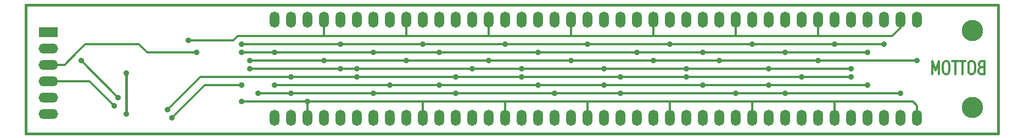
<source format=gbl>
G04 (created by PCBNEW-RS274X (2012-01-19 BZR 3256)-stable) date 01/06/2013 13:30:53*
G01*
G70*
G90*
%MOIN*%
G04 Gerber Fmt 3.4, Leading zero omitted, Abs format*
%FSLAX34Y34*%
G04 APERTURE LIST*
%ADD10C,0.006000*%
%ADD11C,0.012000*%
%ADD12C,0.015000*%
%ADD13R,0.118100X0.059100*%
%ADD14O,0.118100X0.059100*%
%ADD15O,0.059100X0.098400*%
%ADD16C,0.129900*%
%ADD17C,0.035000*%
%ADD18C,0.016000*%
G04 APERTURE END LIST*
G54D10*
G54D11*
X102886Y-21155D02*
X102800Y-21193D01*
X102772Y-21231D01*
X102743Y-21307D01*
X102743Y-21421D01*
X102772Y-21498D01*
X102800Y-21536D01*
X102858Y-21574D01*
X103086Y-21574D01*
X103086Y-20774D01*
X102886Y-20774D01*
X102829Y-20812D01*
X102800Y-20850D01*
X102772Y-20926D01*
X102772Y-21002D01*
X102800Y-21079D01*
X102829Y-21117D01*
X102886Y-21155D01*
X103086Y-21155D01*
X102372Y-20774D02*
X102258Y-20774D01*
X102200Y-20812D01*
X102143Y-20888D01*
X102115Y-21040D01*
X102115Y-21307D01*
X102143Y-21460D01*
X102200Y-21536D01*
X102258Y-21574D01*
X102372Y-21574D01*
X102429Y-21536D01*
X102486Y-21460D01*
X102515Y-21307D01*
X102515Y-21040D01*
X102486Y-20888D01*
X102429Y-20812D01*
X102372Y-20774D01*
X101943Y-20774D02*
X101600Y-20774D01*
X101771Y-21574D02*
X101771Y-20774D01*
X101486Y-20774D02*
X101143Y-20774D01*
X101314Y-21574D02*
X101314Y-20774D01*
X100829Y-20774D02*
X100715Y-20774D01*
X100657Y-20812D01*
X100600Y-20888D01*
X100572Y-21040D01*
X100572Y-21307D01*
X100600Y-21460D01*
X100657Y-21536D01*
X100715Y-21574D01*
X100829Y-21574D01*
X100886Y-21536D01*
X100943Y-21460D01*
X100972Y-21307D01*
X100972Y-21040D01*
X100943Y-20888D01*
X100886Y-20812D01*
X100829Y-20774D01*
X100314Y-21574D02*
X100314Y-20774D01*
X100114Y-21345D01*
X99914Y-20774D01*
X99914Y-21574D01*
G54D12*
X44882Y-25197D02*
X44882Y-17323D01*
X103937Y-25197D02*
X44882Y-25197D01*
X103937Y-17323D02*
X103937Y-25197D01*
X44882Y-17323D02*
X103937Y-17323D01*
G54D13*
X46250Y-19000D03*
G54D14*
X46250Y-20000D03*
X46250Y-21000D03*
X46250Y-22000D03*
X46250Y-23000D03*
X46250Y-24000D03*
G54D15*
X92000Y-24250D03*
X93000Y-24250D03*
X94000Y-24250D03*
X94000Y-18250D03*
X93000Y-18250D03*
X92000Y-18250D03*
X91000Y-18250D03*
X90000Y-18250D03*
X90000Y-24250D03*
X91000Y-24250D03*
X82000Y-24250D03*
X83000Y-24250D03*
X84000Y-24250D03*
X84000Y-18250D03*
X83000Y-18250D03*
X82000Y-18250D03*
X81000Y-18250D03*
X80000Y-18250D03*
X80000Y-24250D03*
X81000Y-24250D03*
X62000Y-24250D03*
X63000Y-24250D03*
X64000Y-24250D03*
X64000Y-18250D03*
X63000Y-18250D03*
X62000Y-18250D03*
X61000Y-18250D03*
X60000Y-18250D03*
X60000Y-24250D03*
X61000Y-24250D03*
X72000Y-24250D03*
X73000Y-24250D03*
X74000Y-24250D03*
X74000Y-18250D03*
X73000Y-18250D03*
X72000Y-18250D03*
X71000Y-18250D03*
X70000Y-18250D03*
X70000Y-24250D03*
X71000Y-24250D03*
X77000Y-24250D03*
X78000Y-24250D03*
X79000Y-24250D03*
X79000Y-18250D03*
X78000Y-18250D03*
X77000Y-18250D03*
X76000Y-18250D03*
X75000Y-18250D03*
X75000Y-24250D03*
X76000Y-24250D03*
X67000Y-24250D03*
X68000Y-24250D03*
X69000Y-24250D03*
X69000Y-18250D03*
X68000Y-18250D03*
X67000Y-18250D03*
X66000Y-18250D03*
X65000Y-18250D03*
X65000Y-24250D03*
X66000Y-24250D03*
X87000Y-24250D03*
X88000Y-24250D03*
X89000Y-24250D03*
X89000Y-18250D03*
X88000Y-18250D03*
X87000Y-18250D03*
X86000Y-18250D03*
X85000Y-18250D03*
X85000Y-24250D03*
X86000Y-24250D03*
X97000Y-24250D03*
X98000Y-24250D03*
X99000Y-24250D03*
X99000Y-18250D03*
X98000Y-18250D03*
X97000Y-18250D03*
X96000Y-18250D03*
X95000Y-18250D03*
X95000Y-24250D03*
X96000Y-24250D03*
G54D16*
X102362Y-18898D03*
X102362Y-23622D03*
G54D17*
X51000Y-24000D03*
X51000Y-21500D03*
X50250Y-23500D03*
X48250Y-20750D03*
X50500Y-23000D03*
X55250Y-20250D03*
X62000Y-23250D03*
X58000Y-23250D03*
X65000Y-21250D03*
X90000Y-21250D03*
X85000Y-21250D03*
X64000Y-21250D03*
X72000Y-21250D03*
X80000Y-21250D03*
X95000Y-21250D03*
X75000Y-21250D03*
X58500Y-21250D03*
X58000Y-22250D03*
X53750Y-24250D03*
X76000Y-20250D03*
X58000Y-20250D03*
X91000Y-20250D03*
X60000Y-20250D03*
X96000Y-20250D03*
X82000Y-20250D03*
X86000Y-20250D03*
X66000Y-20250D03*
X70000Y-20250D03*
X95000Y-21750D03*
X75000Y-21750D03*
X61000Y-21750D03*
X92000Y-21750D03*
X71000Y-21750D03*
X65000Y-21750D03*
X85000Y-21750D03*
X81000Y-21750D03*
X53500Y-23750D03*
X80000Y-22250D03*
X96000Y-22250D03*
X90000Y-22250D03*
X86000Y-22250D03*
X60000Y-22250D03*
X76000Y-22250D03*
X67000Y-22250D03*
X70000Y-22250D03*
X88000Y-22750D03*
X91000Y-22750D03*
X81000Y-22750D03*
X98000Y-22750D03*
X71000Y-22750D03*
X61000Y-22750D03*
X66000Y-22750D03*
X77000Y-22750D03*
X59000Y-22750D03*
X87000Y-20750D03*
X83000Y-20750D03*
X68000Y-20750D03*
X99000Y-20750D03*
X63000Y-20750D03*
X58500Y-20750D03*
X93000Y-20750D03*
X78000Y-20750D03*
X73000Y-20750D03*
X58000Y-19750D03*
X69000Y-19750D03*
X94000Y-19750D03*
X74000Y-19750D03*
X64000Y-19750D03*
X84000Y-19750D03*
X79000Y-19750D03*
X89000Y-19750D03*
X97000Y-19750D03*
X54750Y-19500D03*
G54D18*
X51000Y-23250D02*
X51000Y-24000D01*
X51000Y-21500D02*
X51000Y-23250D01*
G54D11*
X50250Y-23500D02*
X50000Y-23250D01*
X50000Y-23250D02*
X48750Y-22000D01*
X50250Y-23500D02*
X50000Y-23250D01*
X48750Y-22000D02*
X46250Y-22000D01*
X50500Y-23000D02*
X48250Y-20750D01*
X48000Y-20250D02*
X48500Y-19750D01*
X52250Y-20250D02*
X55250Y-20250D01*
X48000Y-20250D02*
X47250Y-21000D01*
X51750Y-19750D02*
X52250Y-20250D01*
X48500Y-19750D02*
X51750Y-19750D01*
X46250Y-21000D02*
X47250Y-21000D01*
X69000Y-23250D02*
X62250Y-23250D01*
X99000Y-24250D02*
X99000Y-23500D01*
X69000Y-23250D02*
X69000Y-24250D01*
X62250Y-23250D02*
X62000Y-23250D01*
X89000Y-24250D02*
X89000Y-23250D01*
X94000Y-23250D02*
X89000Y-23250D01*
X84000Y-23250D02*
X84000Y-24250D01*
X99000Y-23500D02*
X98750Y-23250D01*
X62000Y-23250D02*
X62250Y-23250D01*
X94000Y-23250D02*
X94000Y-24250D01*
X79000Y-23250D02*
X79000Y-24250D01*
X74000Y-23250D02*
X69000Y-23250D01*
X62000Y-23250D02*
X62000Y-24250D01*
X74000Y-23250D02*
X74000Y-24250D01*
X84000Y-23250D02*
X79000Y-23250D01*
X98750Y-23250D02*
X94000Y-23250D01*
X58000Y-23250D02*
X62000Y-23250D01*
X79000Y-23250D02*
X74000Y-23250D01*
X89000Y-23250D02*
X84000Y-23250D01*
X65000Y-21250D02*
X65000Y-21250D01*
X72000Y-21250D02*
X65000Y-21250D01*
X80000Y-21250D02*
X80000Y-21250D01*
X75000Y-21250D02*
X75000Y-21250D01*
X64000Y-21250D02*
X65000Y-21250D01*
X95000Y-21250D02*
X90000Y-21250D01*
X72000Y-21250D02*
X72000Y-21250D01*
X65000Y-21250D02*
X65000Y-21250D01*
X85000Y-21250D02*
X85000Y-21250D01*
X75000Y-21250D02*
X72000Y-21250D01*
X90000Y-21250D02*
X90000Y-21250D01*
X85000Y-21250D02*
X80000Y-21250D01*
X58500Y-21250D02*
X64000Y-21250D01*
X90000Y-21250D02*
X85000Y-21250D01*
X80000Y-21250D02*
X75000Y-21250D01*
X86000Y-20250D02*
X86000Y-20250D01*
X53750Y-24250D02*
X55750Y-22250D01*
X66000Y-20250D02*
X66000Y-20250D01*
X82000Y-20250D02*
X82000Y-20250D01*
X55750Y-22250D02*
X58000Y-22250D01*
X91000Y-20250D02*
X86000Y-20250D01*
X66000Y-20250D02*
X60000Y-20250D01*
X58000Y-20250D02*
X58000Y-20250D01*
X96000Y-20250D02*
X91000Y-20250D01*
X86000Y-20250D02*
X82000Y-20250D01*
X76000Y-20250D02*
X76000Y-20250D01*
X91000Y-20250D02*
X91000Y-20250D01*
X70000Y-20250D02*
X66000Y-20250D01*
X58000Y-20250D02*
X60000Y-20250D01*
X76000Y-20250D02*
X70000Y-20250D01*
X82000Y-20250D02*
X76000Y-20250D01*
X70000Y-20250D02*
X70000Y-20250D01*
X85000Y-21750D02*
X81500Y-21750D01*
X75000Y-21750D02*
X75500Y-21750D01*
X58750Y-21750D02*
X55500Y-21750D01*
X71500Y-21750D02*
X65000Y-21750D01*
X85000Y-21750D02*
X92250Y-21750D01*
X55500Y-21750D02*
X53500Y-23750D01*
X71000Y-21750D02*
X71500Y-21750D01*
X92250Y-21750D02*
X95000Y-21750D01*
X65000Y-21750D02*
X65000Y-21750D01*
X92000Y-21750D02*
X92250Y-21750D01*
X81000Y-21750D02*
X81500Y-21750D01*
X75500Y-21750D02*
X71500Y-21750D01*
X81500Y-21750D02*
X75500Y-21750D01*
X58750Y-21750D02*
X61000Y-21750D01*
X61000Y-21750D02*
X61500Y-21750D01*
X65000Y-21750D02*
X61500Y-21750D01*
X76000Y-22250D02*
X76250Y-22250D01*
X80000Y-22250D02*
X80500Y-22250D01*
X90000Y-22250D02*
X90500Y-22250D01*
X67000Y-22250D02*
X67000Y-22250D01*
X67000Y-22250D02*
X60250Y-22250D01*
X70000Y-22250D02*
X69750Y-22250D01*
X96000Y-22250D02*
X90500Y-22250D01*
X60000Y-22250D02*
X60250Y-22250D01*
X86250Y-22250D02*
X80500Y-22250D01*
X90500Y-22250D02*
X86250Y-22250D01*
X86000Y-22250D02*
X86250Y-22250D01*
X80500Y-22250D02*
X76250Y-22250D01*
X76250Y-22250D02*
X69750Y-22250D01*
X69750Y-22250D02*
X67000Y-22250D01*
X88000Y-22750D02*
X88500Y-22750D01*
X91000Y-22750D02*
X91500Y-22750D01*
X81000Y-22750D02*
X81500Y-22750D01*
X71000Y-22750D02*
X71500Y-22750D01*
X88500Y-22750D02*
X81500Y-22750D01*
X77500Y-22750D02*
X71500Y-22750D01*
X59000Y-22750D02*
X61000Y-22750D01*
X61000Y-22750D02*
X61250Y-22750D01*
X91500Y-22750D02*
X88500Y-22750D01*
X81500Y-22750D02*
X77500Y-22750D01*
X98000Y-22750D02*
X91500Y-22750D01*
X77000Y-22750D02*
X77500Y-22750D01*
X71500Y-22750D02*
X66500Y-22750D01*
X66500Y-22750D02*
X61250Y-22750D01*
X66000Y-22750D02*
X66500Y-22750D01*
X93000Y-20750D02*
X87000Y-20750D01*
X73000Y-20750D02*
X68000Y-20750D01*
X68000Y-20750D02*
X68000Y-20750D01*
X83000Y-20750D02*
X78000Y-20750D01*
X68000Y-20750D02*
X63000Y-20750D01*
X99000Y-20750D02*
X93000Y-20750D01*
X58500Y-20750D02*
X63000Y-20750D01*
X87000Y-20750D02*
X83000Y-20750D01*
X78000Y-20750D02*
X73000Y-20750D01*
X69000Y-19750D02*
X64000Y-19750D01*
X89000Y-19750D02*
X84000Y-19750D01*
X94000Y-19750D02*
X94000Y-19750D01*
X97000Y-19750D02*
X94000Y-19750D01*
X84000Y-19750D02*
X84000Y-19750D01*
X94000Y-19750D02*
X89000Y-19750D01*
X84000Y-19750D02*
X79000Y-19750D01*
X74000Y-19750D02*
X74000Y-19750D01*
X74000Y-19750D02*
X69000Y-19750D01*
X58000Y-19750D02*
X64000Y-19750D01*
X79000Y-19750D02*
X79000Y-19750D01*
X89000Y-19750D02*
X89000Y-19750D01*
X79000Y-19750D02*
X74000Y-19750D01*
X69000Y-19750D02*
X69000Y-19750D01*
X98000Y-18750D02*
X97500Y-19250D01*
X83000Y-19250D02*
X78000Y-19250D01*
X78000Y-19250D02*
X73000Y-19250D01*
X93000Y-19250D02*
X88000Y-19250D01*
X54750Y-19500D02*
X57500Y-19500D01*
X57500Y-19500D02*
X57750Y-19250D01*
X88000Y-18250D02*
X88000Y-19250D01*
X88000Y-19250D02*
X83000Y-19250D01*
X73000Y-18250D02*
X73000Y-19250D01*
X63000Y-19250D02*
X63000Y-18250D01*
X78000Y-18250D02*
X78000Y-19250D01*
X93000Y-18250D02*
X93000Y-19250D01*
X97500Y-19250D02*
X93000Y-19250D01*
X83000Y-18250D02*
X83000Y-19250D01*
X68000Y-18250D02*
X68000Y-19250D01*
X98000Y-18250D02*
X98000Y-18750D01*
X68000Y-19250D02*
X63000Y-19250D01*
X73000Y-19250D02*
X68000Y-19250D01*
X57750Y-19250D02*
X63000Y-19250D01*
M02*

</source>
